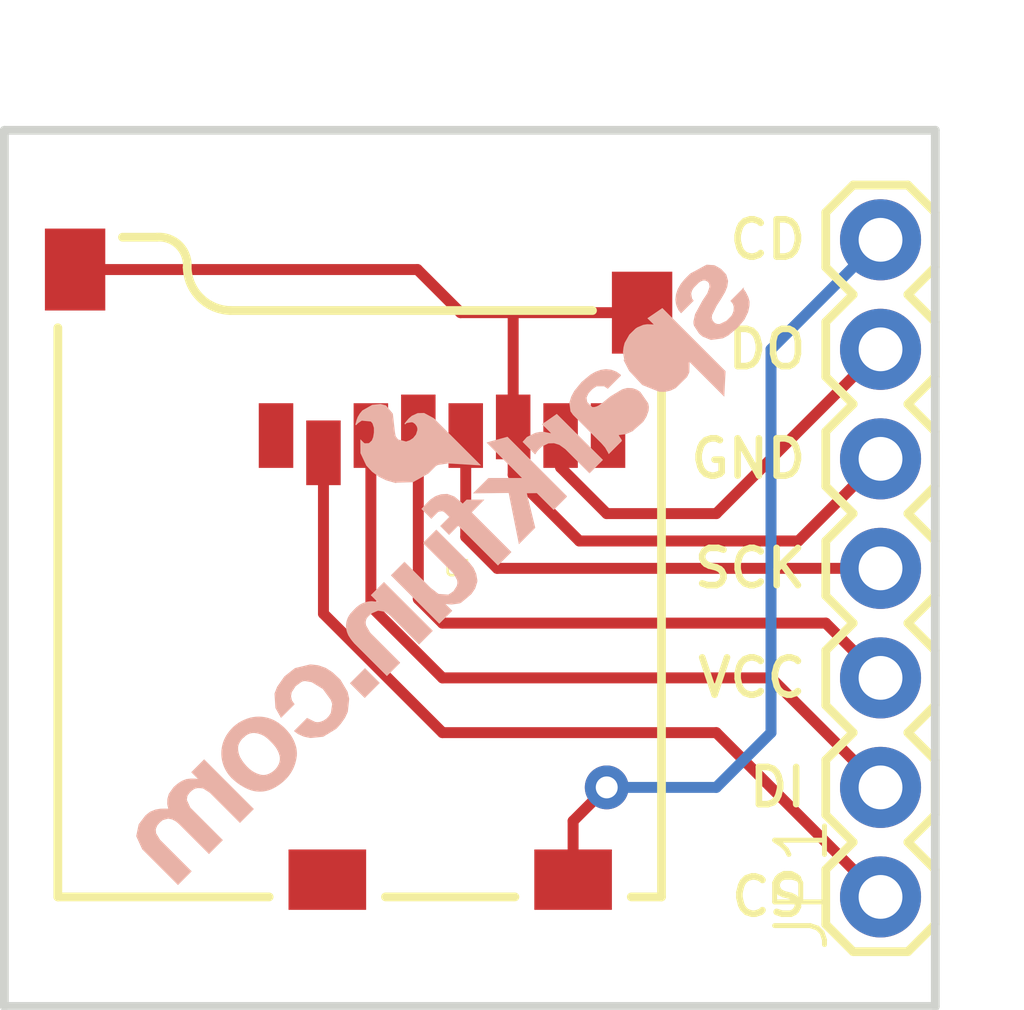
<source format=kicad_pcb>
(kicad_pcb (version 20211014) (generator pcbnew)
  (layers (0 "F.Cu" signal) (31 "B.Cu" signal) (34 "B.Paste" user) (35 "F.Paste" user) (36 "B.SilkS" user "B.Silkscreen") (37 "F.SilkS" user "F.Silkscreen") (38 "B.Mask" user) (39 "F.Mask" user) (44 "Edge.Cuts" user))
  (net 0 "")
  (net 1 "CS")
  (net 2 "DI")
  (net 3 "VCC")
  (net 4 "SCK")
  (net 5 "GND")
  (net 6 "DO")
  (net 7 "CD1")
  (footprint "SparkFun_microSD_Breakout:MICRO-SD-SOCKET-PP" (layer "F.Cu") (at 152.9461 112.6236)
    (fp_text reference "U1" (at -5.08 -7.62) (layer "F.SilkS") (effects (font (size 0.346578 0.346578) (thickness 0.059822)) (justify left)))
    (fp_text value "microSD")
    (fp_line (start -14 0) (end -14 -13.2) (layer "F.SilkS") (width 0.2032))
    (fp_line (start -3.4 0) (end -6.4 0) (layer "F.SilkS") (width 0.2032))
    (fp_line (start 0 -12.1) (end 0 0) (layer "F.SilkS") (width 0.2032))
    (fp_line (start -14 0) (end -9.1 0) (layer "F.SilkS") (width 0.2032))
    (fp_line (start -11.7 -15.3) (end -12.5 -15.3) (layer "F.SilkS") (width 0.2032))
    (fp_line (start 0 0) (end -0.7 0) (layer "F.SilkS") (width 0.2032))
    (fp_line (start -10 -13.6) (end -1.6 -13.6) (layer "F.SilkS") (width 0.2032))
    (fp_arc (start -11.699999 -15.299999) (mid -11.189022 -15.110977) (end -11 -14.6) (layer "F.SilkS") (width 0.2032))
    (fp_arc (start -10.000001 -13.599999) (mid -10.700001 -13.9) (end -11 -14.6) (layer "F.SilkS") (width 0.2032))
    (pad "1" smd rect (at -8.94 -10.7) (size 0.8 1.5) (layers "F.Cu" "F.Paste" "F.Mask"))
    (pad "2" smd rect (at -7.84 -10.3) (size 0.8 1.5) (layers "F.Cu" "F.Paste" "F.Mask") (net 1 "CS"))
    (pad "3" smd rect (at -6.74 -10.7) (size 0.8 1.5) (layers "F.Cu" "F.Paste" "F.Mask") (net 2 "DI"))
    (pad "4" smd rect (at -5.64 -10.9) (size 0.8 1.5) (layers "F.Cu" "F.Paste" "F.Mask") (net 3 "VCC"))
    (pad "5" smd rect (at -4.54 -10.7) (size 0.8 1.5) (layers "F.Cu" "F.Paste" "F.Mask") (net 4 "SCK"))
    (pad "6" smd rect (at -3.44 -10.9) (size 0.8 1.5) (layers "F.Cu" "F.Paste" "F.Mask") (net 5 "GND"))
    (pad "7" smd rect (at -2.34 -10.7) (size 0.8 1.5) (layers "F.Cu" "F.Paste" "F.Mask") (net 6 "DO"))
    (pad "8" smd rect (at -1.24 -10.7) (size 0.8 1.5) (layers "F.Cu" "F.Paste" "F.Mask"))
    (pad "CD1" smd rect (at -7.75 -0.4) (size 1.8 1.4) (layers "F.Cu" "F.Paste" "F.Mask"))
    (pad "CD2" smd rect (at -2.05 -0.4) (size 1.8 1.4) (layers "F.Cu" "F.Paste" "F.Mask") (net 7 "CD1"))
    (pad "GND1" smd rect (at -13.6 -14.55) (size 1.4 1.9) (layers "F.Cu" "F.Paste" "F.Mask") (net 5 "GND"))
    (pad "GND2" smd rect (at -0.45 -13.55) (size 1.4 1.9) (layers "F.Cu" "F.Paste" "F.Mask") (net 5 "GND"))
  )
  (footprint "SparkFun_microSD_Breakout:1X07" (layer "F.Cu") (at 158.0261 112.6236 90)
    (fp_text reference "JP1" (at -1.3462 -1.8288 90) (layer "F.SilkS") (effects (font (size 1.1557 1.1557) (thickness 0.1143)) (justify left)))
    (fp_text value "")
    (fp_line (start 4.445 -1.27) (end 5.715 -1.27) (layer "F.SilkS") (width 0.2032))
    (fp_line (start 14.605 -1.27) (end 13.97 -0.635) (layer "F.SilkS") (width 0.2032))
    (fp_line (start 3.175 -1.27) (end 3.81 -0.635) (layer "F.SilkS") (width 0.2032))
    (fp_line (start 14.605 -1.27) (end 15.875 -1.27) (layer "F.SilkS") (width 0.2032))
    (fp_line (start 6.985 -1.27) (end 8.255 -1.27) (layer "F.SilkS") (width 0.2032))
    (fp_line (start 1.905 -1.27) (end 3.175 -1.27) (layer "F.SilkS") (width 0.2032))
    (fp_line (start 9.525 1.27) (end 8.89 0.635) (layer "F.SilkS") (width 0.2032))
    (fp_line (start 6.35 0.635) (end 5.715 1.27) (layer "F.SilkS") (width 0.2032))
    (fp_line (start 3.81 0.635) (end 3.175 1.27) (layer "F.SilkS") (width 0.2032))
    (fp_line (start 1.27 -0.635) (end 1.905 -1.27) (layer "F.SilkS") (width 0.2032))
    (fp_line (start -1.27 0.635) (end -0.635 1.27) (layer "F.SilkS") (width 0.2032))
    (fp_line (start -1.27 -0.635) (end -1.27 0.635) (layer "F.SilkS") (width 0.2032))
    (fp_line (start 15.875 -1.27) (end 16.51 -0.635) (layer "F.SilkS") (width 0.2032))
    (fp_line (start 9.525 -1.27) (end 10.795 -1.27) (layer "F.SilkS") (width 0.2032))
    (fp_line (start 3.175 1.27) (end 1.905 1.27) (layer "F.SilkS") (width 0.2032))
    (fp_line (start 8.255 -1.27) (end 8.89 -0.635) (layer "F.SilkS") (width 0.2032))
    (fp_line (start 13.335 -1.27) (end 13.97 -0.635) (layer "F.SilkS") (width 0.2032))
    (fp_line (start 11.43 0.635) (end 10.795 1.27) (layer "F.SilkS") (width 0.2032))
    (fp_line (start 10.795 -1.27) (end 11.43 -0.635) (layer "F.SilkS") (width 0.2032))
    (fp_line (start 5.715 1.27) (end 4.445 1.27) (layer "F.SilkS") (width 0.2032))
    (fp_line (start 0.635 -1.27) (end 1.27 -0.635) (layer "F.SilkS") (width 0.2032))
    (fp_line (start 5.715 -1.27) (end 6.35 -0.635) (layer "F.SilkS") (width 0.2032))
    (fp_line (start -0.635 -1.27) (end -1.27 -0.635) (layer "F.SilkS") (width 0.2032))
    (fp_line (start 13.335 1.27) (end 12.065 1.27) (layer "F.SilkS") (width 0.2032))
    (fp_line (start 1.27 0.635) (end 0.635 1.27) (layer "F.SilkS") (width 0.2032))
    (fp_line (start 15.875 1.27) (end 14.605 1.27) (layer "F.SilkS") (width 0.2032))
    (fp_line (start 16.51 -0.635) (end 16.51 0.635) (layer "F.SilkS") (width 0.2032))
    (fp_line (start 16.51 0.635) (end 15.875 1.27) (layer "F.SilkS") (width 0.2032))
    (fp_line (start 13.97 0.635) (end 14.605 1.27) (layer "F.SilkS") (width 0.2032))
    (fp_line (start -0.635 -1.27) (end 0.635 -1.27) (layer "F.SilkS") (width 0.2032))
    (fp_line (start 13.97 0.635) (end 13.335 1.27) (layer "F.SilkS") (width 0.2032))
    (fp_line (start 8.89 0.635) (end 8.255 1.27) (layer "F.SilkS") (width 0.2032))
    (fp_line (start 6.985 -1.27) (end 6.35 -0.635) (layer "F.SilkS") (width 0.2032))
    (fp_line (start 4.445 1.27) (end 3.81 0.635) (layer "F.SilkS") (width 0.2032))
    (fp_line (start 3.81 -0.635) (end 4.445 -1.27) (layer "F.SilkS") (width 0.2032))
    (fp_line (start 1.905 1.27) (end 1.27 0.635) (layer "F.SilkS") (width 0.2032))
    (fp_line (start 12.065 1.27) (end 11.43 0.635) (layer "F.SilkS") (width 0.2032))
    (fp_line (start 0.635 1.27) (end -0.635 1.27) (layer "F.SilkS") (width 0.2032))
    (fp_line (start 12.065 -1.27) (end 13.335 -1.27) (layer "F.SilkS") (width 0.2032))
    (fp_line (start 8.89 -0.635) (end 9.525 -1.27) (layer "F.SilkS") (width 0.2032))
    (fp_line (start 10.795 1.27) (end 9.525 1.27) (layer "F.SilkS") (width 0.2032))
    (fp_line (start 8.255 1.27) (end 6.985 1.27) (layer "F.SilkS") (width 0.2032))
    (fp_line (start 6.35 0.635) (end 6.985 1.27) (layer "F.SilkS") (width 0.2032))
    (fp_line (start 11.43 -0.635) (end 12.065 -1.27) (layer "F.SilkS") (width 0.2032))
    (pad "1" thru_hole circle (at 0 0 180) (size 1.8796 1.8796) (drill 1.016) (layers *.Cu *.Mask) (net 1 "CS"))
    (pad "2" thru_hole circle (at 2.54 0 180) (size 1.8796 1.8796) (drill 1.016) (layers *.Cu *.Mask) (net 2 "DI"))
    (pad "3" thru_hole circle (at 5.08 0 180) (size 1.8796 1.8796) (drill 1.016) (layers *.Cu *.Mask) (net 3 "VCC"))
    (pad "4" thru_hole circle (at 7.62 0 180) (size 1.8796 1.8796) (drill 1.016) (layers *.Cu *.Mask) (net 4 "SCK"))
    (pad "5" thru_hole circle (at 10.16 0 180) (size 1.8796 1.8796) (drill 1.016) (layers *.Cu *.Mask) (net 5 "GND"))
    (pad "6" thru_hole circle (at 12.7 0 180) (size 1.8796 1.8796) (drill 1.016) (layers *.Cu *.Mask) (net 6 "DO"))
    (pad "7" thru_hole circle (at 15.24 0 180) (size 1.8796 1.8796) (drill 1.016) (layers *.Cu *.Mask) (net 7 "CD1"))
  )
  (footprint "SparkFun_microSD_Breakout:SFE-NEW-WEBLOGO" (layer "B.Cu") (at 155.8671 99.5426 -135)
    (fp_text reference "U$1" hide)
    (fp_text value "LOGO-SFENEW" hide)
    (fp_line (start 11.7729 0.955) (end 11.7729 1.9202) (layer "B.SilkS") (width 0.0254))
    (fp_line (start 11.1201 2.2962) (end 11.1277 2.2962) (layer "B.SilkS") (width 0.0254))
    (fp_line (start 11.1201 2.5171) (end 11.1201 2.2962) (layer "B.SilkS") (width 0.0254))
    (fp_line (start 15.5702 2.6137) (end 15.5854 2.6137) (layer "B.SilkS") (width 0.0254))
    (fp_line (start 15.5499 2.6137) (end 15.5499 2.2911) (layer "B.SilkS") (width 0.0254))
    (fp_line (start 10.7163 0.9449) (end 10.7163 2.5171) (layer "B.SilkS") (width 0.0254))
    (fp_line (start 11.1379 0.9449) (end 10.7163 0.9449) (layer "B.SilkS") (width 0.0254))
    (fp_line (start 12.1818 0.955) (end 11.7729 0.955) (layer "B.SilkS") (width 0.0254))
    (fp_line (start 12.1818 2.0091) (end 12.1818 0.955) (layer "B.SilkS") (width 0.0254))
    (fp_line (start 10.7163 2.5171) (end 11.1201 2.5171) (layer "B.SilkS") (width 0.0254))
    (fp_line (start 15.5499 2.2911) (end 15.527 2.2911) (layer "B.SilkS") (width 0.0254))
    (fp_line (start 15.5702 2.2962) (end 15.5702 2.6137) (layer "B.SilkS") (width 0.0254))
    (fp_line (start 11.1379 1.8136) (end 11.1379 0.9449) (layer "B.SilkS") (width 0.0254))
    (fp_arc (start 11.7145 2.1311) (mid 11.664346 2.1894) (end 11.5976 2.2276) (layer "B.SilkS") (width 0.0254))
    (fp_arc (start 14.9911 1.1201) (mid 15.249615 0.972855) (end 15.5423 0.9195) (layer "B.SilkS") (width 0.0254))
    (fp_arc (start 11.2725 2.446) (mid 11.226399 2.404414) (end 11.1862 2.3571) (layer "B.SilkS") (width 0.0254))
    (fp_arc (start 16.129 2.4181) (mid 15.978822 2.520652) (end 15.809 2.5857) (layer "B.SilkS") (width 0.0254))
    (fp_arc (start 11.5976 2.2276) (mid 11.565101 2.235925) (end 11.5316 2.2377) (layer "B.SilkS") (width 0.0254))
    (fp_arc (start 15.8318 2.2047) (mid 15.783745 2.244042) (end 15.7277 2.2708) (layer "B.SilkS") (width 0.0254))
    (fp_arc (start 16.4033 1.808499) (mid 16.333054 2.143404) (end 16.129 2.4181) (layer "B.SilkS") (width 0.0254))
    (fp_arc (start 15.9588 1.971) (mid 15.910982 2.096372) (end 15.8318 2.2047) (layer "B.SilkS") (width 0.0254))
    (fp_arc (start 15.1714 1.6383) (mid 15.194331 1.520588) (end 15.24 1.4097) (layer "B.SilkS") (width 0.0254))
    (fp_arc (start 12.1488 2.232699) (mid 12.104013 2.336521) (end 12.0345 2.4257) (layer "B.SilkS") (width 0.0254))
    (fp_arc (start 11.1379 1.8821) (mid 11.137681 1.84785) (end 11.1379 1.8136) (layer "B.SilkS") (width 0.0254))
    (fp_arc (start 11.2598 2.1692) (mid 11.206137 2.110015) (end 11.1684 2.0396) (layer "B.SilkS") (width 0.0254))
    (fp_arc (start 16.317 1.3665) (mid 16.380488 1.583529) (end 16.4033 1.8085) (layer "B.SilkS") (width 0.0254))
    (fp_arc (start 15.9868 1.7196) (mid 15.980368 1.846143) (end 15.9588 1.971) (layer "B.SilkS") (width 0.0254))
    (fp_arc (start 11.7678 2.5502) (mid 11.667584 2.556058) (end 11.5672 2.5552) (layer "B.SilkS") (width 0.0254))
    (fp_arc (start 11.1862 2.3571) (mid 11.172158 2.338081) (end 11.1582 2.319) (layer "B.SilkS") (width 0.0254))
    (fp_arc (start 15.428 1.2522) (mid 15.597525 1.230563) (end 15.7632 1.2725) (layer "B.SilkS") (width 0.0254))
    (fp_arc (start 15.128201 2.4892) (mid 14.882786 2.260687) (end 14.7549 1.9507) (layer "B.SilkS") (width 0.0254))
    (fp_arc (start 11.4198 2.2327) (mid 11.334441 2.214452) (end 11.259799 2.1692) (layer "B.SilkS") (width 0.0254))
    (fp_arc (start 15.527 2.2911) (mid 15.388433 2.258974) (end 15.278099 2.1692) (layer "B.SilkS") (width 0.0254))
    (fp_arc (start 11.1455 2.3038) (mid 11.152103 2.311189) (end 11.1582 2.319) (layer "B.SilkS") (width 0.0254))
    (fp_arc (start 15.24 1.4097) (mid 15.31871 1.3127) (end 15.428 1.2522) (layer "B.SilkS") (width 0.0254))
    (fp_arc (start 12.1818 2.0091) (mid 12.172765 2.122001) (end 12.1488 2.2327) (layer "B.SilkS") (width 0.0254))
    (fp_arc (start 15.5499 2.6137) (mid 15.331296 2.577713) (end 15.1282 2.4892) (layer "B.SilkS") (width 0.0254))
    (fp_arc (start 15.908 1.4097) (mid 15.966057 1.559906) (end 15.9868 1.7196) (layer "B.SilkS") (width 0.0254))
    (fp_arc (start 14.8615 1.27) (mid 14.919858 1.189481) (end 14.9911 1.1201) (layer "B.SilkS") (width 0.0254))
    (fp_arc (start 15.9029 0.9754) (mid 16.153433 1.12491) (end 16.317 1.3665) (layer "B.SilkS") (width 0.0254))
    (fp_arc (start 11.1684 2.0396) (mid 11.146105 1.962214) (end 11.1379 1.8821) (layer "B.SilkS") (width 0.0254))
    (fp_arc (start 15.5423 0.9195) (mid 15.724919 0.932492) (end 15.9029 0.9754) (layer "B.SilkS") (width 0.0254))
    (fp_arc (start 14.7549 1.9507) (mid 14.737287 1.759061) (end 14.7523 1.5672) (layer "B.SilkS") (width 0.0254))
    (fp_arc (start 15.7632 1.2725) (mid 15.846801 1.329279) (end 15.908 1.4097) (layer "B.SilkS") (width 0.0254))
    (fp_arc (start 15.2781 2.1692) (mid 15.20247 2.035022) (end 15.168899 1.8847) (layer "B.SilkS") (width 0.0254))
    (fp_arc (start 15.7277 2.2708) (mid 15.650001 2.290018) (end 15.5702 2.2962) (layer "B.SilkS") (width 0.0254))
    (fp_arc (start 11.7729 1.9202) (mid 11.758038 2.02962) (end 11.7145 2.1311) (layer "B.SilkS") (width 0.0254))
    (fp_arc (start 15.809 2.5857) (mid 15.698073 2.606673) (end 15.5854 2.6137) (layer "B.SilkS") (width 0.0254))
    (fp_arc (start 11.4198 2.2327) (mid 11.475702 2.235165) (end 11.5316 2.2377) (layer "B.SilkS") (width 0.0254))
    (fp_arc (start 11.1277 2.2962) (mid 11.137378 2.298176) (end 11.1455 2.3038) (layer "B.SilkS") (width 0.0254))
    (fp_arc (start 11.5672 2.5552) (mid 11.411238 2.52384) (end 11.2725 2.446) (layer "B.SilkS") (width 0.0254))
    (fp_arc (start 14.7523 1.5672) (mid 14.792796 1.413418) (end 14.8615 1.27) (layer "B.SilkS") (width 0.0254))
    (fp_arc (start 12.0345 2.425699) (mid 11.911985 2.51116) (end 11.7678 2.5502) (layer "B.SilkS") (width 0.0254))
    (fp_arc (start 15.1689 1.8847) (mid 15.165026 1.761448) (end 15.1714 1.6383) (layer "B.SilkS") (width 0.0254))
    (fp_poly (pts (xy 4.444983 2.544915) (xy 4.588724 2.501712) (xy 4.72259 2.430523) (xy 4.844814 2.271666) (xy 4.859671 2.1819) (xy 4.8616 2.1819) (xy 4.8616 1.6891) (xy 4.864173 1.6891) (xy 4.861603 1.242544) (xy 4.871819 1.108765) (xy 4.906709 0.979276) (xy 4.920484 0.9423) (xy 4.495275 0.9423) (xy 4.477494 0.951279) (xy 4.472002 0.970735) (xy 4.468249 0.985133) (xy 4.446292 1.084946) (xy 4.440321 1.089528) (xy 4.438946 1.088886) (xy 4.309064 0.98859) (xy 4.153188 0.927249) (xy 3.824183 0.906712) (xy 3.683825 0.938256) (xy 3.554173 1.000134) (xy 3.486826 1.05665) (xy 3.437273 1.130532) (xy 3.3807 1.444163) (xy 3.3807 1.446675) (xy 3.401941 1.543624) (xy 3.446308 1.632822) (xy 3.527788 1.722902) (xy 3.632416 1.784766) (xy 3.937258 1.861632) (xy 4.048648 1.873601) (xy 4.159032 1.884616) (xy 4.224808 1.893434) (xy 4.289167 1.907055) (xy 4.336271 1.923637) (xy 4.379043 1.948303) (xy 4.407461 1.974391) (xy 4.413402 1.982997) (xy 4.4171 1.991455) (xy 4.4171 2.14983) (xy 4.358226 2.232254) (xy 4.254396 2.270917) (xy 4.188033 2.274326) (xy 4.120968 2.275774) (xy 4.006679 2.25395) (xy 3.883049 2.131716) (xy 3.8659 2.045941) (xy 3.8659 2.0295) (xy 3.429 2.0295) (xy 3.429 2.040006) (xy 3.418965 2.041638) (xy 3.439259 2.166448) (xy 3.491292 2.283494) (xy 3.571378 2.383462) (xy 3.674008 2.459597) (xy 3.791998 2.513469) (xy 3.916944 2.547448) (xy 4.18103 2.571338)) (layer "B.SilkS") (width 0) (fill solid))
    (fp_poly (pts (xy 11.770768 2.56283) (xy 12.043428 2.435548) (xy 12.160999 2.237024) (xy 12.1945 2.010032) (xy 12.1945 0.9423) (xy 11.7602 0.9423) (xy 11.7602 1.918474) (xy 11.70302 2.124971) (xy 11.656141 2.179464) (xy 11.593345 2.215403) (xy 11.53092 2.224956) (xy 11.476269 2.222478) (xy 11.422495 2.220106) (xy 11.268 2.158791) (xy 11.18035 2.034508) (xy 11.1506 1.880883) (xy 11.1506 0.9322) (xy 10.7036 0.9322) (xy 10.7036 2.5298) (xy 11.1328 2.5298) (xy 11.1328 2.310454) (xy 11.136857 2.313263) (xy 11.148195 2.326834) (xy 11.161924 2.345602) (xy 11.176241 2.364992) (xy 11.217267 2.413279) (xy 11.265048 2.456381) (xy 11.406772 2.535896) (xy 11.566093 2.567932)) (layer "B.SilkS") (width 0) (fill solid))
    (fp_poly (pts (xy 14.181776 2.563159) (xy 14.181555 2.560669) (xy 14.327447 2.496725) (xy 14.547848 2.246517) (xy 14.619242 1.9914) (xy 14.1707 1.9914) (xy 14.1707 2.005388) (xy 14.15242 2.10038) (xy 14.100807 2.180729) (xy 14.023181 2.236025) (xy 13.860405 2.2706) (xy 13.694207 2.245798) (xy 13.653262 2.227396) (xy 13.618712 2.198612) (xy 13.531409 2.074936) (xy 13.459735 1.779947) (xy 13.507258 1.471936) (xy 13.55233 1.379537) (xy 13.718934 1.256376) (xy 13.795519 1.238584) (xy 13.875272 1.234455) (xy 13.963395 1.249226) (xy 14.044683 1.286045) (xy 14.088707 1.320383) (xy 14.123821 1.362695) (xy 14.191983 1.5646) (xy 14.6202 1.5646) (xy 14.6202 1.546046) (xy 14.607183 1.4497) (xy 14.551954 1.307962) (xy 14.468685 1.180108) (xy 14.234909 0.989147) (xy 13.88734 0.904104) (xy 13.726062 0.914148) (xy 13.567886 0.942693) (xy 13.423659 0.994928) (xy 13.188191 1.185237) (xy 13.098694 1.32648) (xy 13.017451 1.644495) (xy 13.0251 1.894992) (xy 13.0251 1.896181) (xy 13.064859 2.076939) (xy 13.14486 2.243932) (xy 13.26133 2.388842) (xy 13.574558 2.580191) (xy 13.883988 2.616332)) (layer "B.SilkS") (width 0) (fill solid))
    (fp_poly (pts (xy 1.201557 2.290098) (xy 1.414074 2.156268) (xy 1.42383 2.065) (xy 1.01008 2.065) (xy 1.00135 2.126336) (xy 0.936084 2.220524) (xy 0.871818 2.257603) (xy 0.798545 2.2758) (xy 0.628591 2.2758) (xy 0.583991 2.267366) (xy 0.541641 2.251683) (xy 0.51157 2.232098) (xy 0.488615 2.205726) (xy 0.469153 2.152745) (xy 0.474605 2.097619) (xy 0.521549 2.031824) (xy 0.664468 1.962838) (xy 0.866638 1.922444) (xy 1.206678 1.822687) (xy 1.354318 1.729494) (xy 1.389578 1.692366) (xy 1.416579 1.648151) (xy 1.460229 1.440208) (xy 1.447804 1.4376) (xy 1.460484 1.436955) (xy 1.457817 1.384541) (xy 1.452657 1.33034) (xy 1.371775 1.140043) (xy 1.14885 0.969822) (xy 1.013381 0.927267) (xy 0.74708 0.904177) (xy 0.617383 0.909691) (xy 0.487493 0.922202) (xy 0.306845 0.984179) (xy 0.185213 1.061804) (xy 0.109225 1.132023) (xy 0.056988 1.2215) (xy 0.013059 1.350644) (xy 0.002577 1.410659) (xy -0.00152 1.469003) (xy 0.738195 1.10308) (xy 1.120535 1.189415) (xy 1.224069 1.497645) (xy 0.809011 1.723764) (xy 0.364394 1.98847) (xy 0.308075 2.310537) (xy 0.741882 2.423672)) (layer "B.SilkS") (width 0) (fill solid))
    (fp_poly (pts (xy 9.4234 1.520809) (xy 9.472888 1.359974) (xy 9.516069 1.308185) (xy 9.573108 1.271734) (xy 9.714103 1.241374) (xy 9.853529 1.268908) (xy 10.003067 1.442966) (xy 10.033 1.684784) (xy 10.033 2.5273) (xy 10.48 2.5273) (xy 10.48 0.9398) (xy 10.0533 0.9398) (xy 10.0533 1.159713) (xy 9.961626 1.051965) (xy 9.823848 0.946774) (xy 9.797269 0.933513) (xy 9.76873 0.924761) (xy 9.46843 0.899096) (xy 9.311419 0.929258) (xy 9.173895 1.0008) (xy 9.172522 1.0008) (xy 9.155194 1.014756) (xy 9.141833 1.028106) (xy 9.055991 1.150842) (xy 9.0022 1.291099) (xy 8.984 1.439423) (xy 8.984 2.5324) (xy 9.4234 2.5324)) (layer "B.SilkS") (width 0) (fill solid))
    (fp_poly (pts (xy 2.834651 2.506079) (xy 2.92707 2.450683) (xy 3.011605 2.383731) (xy 3.1267 2.221709) (xy 3.1267 2.263503) (xy 3.219434 1.972794) (xy 3.236098 1.526727) (xy 3.068933 1.135798) (xy 2.975978 1.041462) (xy 2.864973 0.970996) (xy 2.740356 0.92713) (xy 2.372489 0.922) (xy 2.370226 0.922) (xy 2.254471 0.962806) (xy 2.0828 1.127587) (xy 2.0828 -0.010757) (xy 1.6434 0.385552) (xy 1.6434 2.45912) (xy 2.057593 2.537568) (xy 2.055012 2.330538) (xy 2.068304 2.345345) (xy 2.15812 2.442839) (xy 2.234107 2.497896) (xy 2.368681 2.552194) (xy 2.419192 2.562883) (xy 2.620347 2.565422)) (layer "B.SilkS") (width 0) (fill solid))
    (fp_poly (pts (xy 8.337002 5.691103) (xy 8.426449 5.668729) (xy 8.439477 5.663683) (xy 8.451149 5.657775) (xy 8.46786 5.649476) (xy 8.486552 5.642734) (xy 8.582694 5.5855) (xy 8.5903 5.5855) (xy 8.5903 5.5601) (xy 8.517833 5.5601) (xy 8.419418 5.540814) (xy 8.285855 5.378186) (xy 8.290365 5.319725) (xy 8.33909 5.224769) (xy 8.415666 5.148096) (xy 8.505069 5.083538) (xy 8.580348 5.051724) (xy 8.661737 5.054532) (xy 8.669864 5.057086) (xy 8.677257 5.060289) (xy 8.741514 5.119856) (xy 8.7478 5.142712) (xy 8.7478 5.260838) (xy 8.974707 5.031027) (xy 9.079186 4.739741) (xy 9.082603 4.739794) (xy 9.08906 4.533335) (xy 9.059857 4.34032) (xy 8.996308 4.155742) (xy 8.8773 3.944478) (xy 8.8773 3.963481) (xy 8.589131 3.69191) (xy 8.193239 3.5814) (xy 7.964005 3.5814) (xy 7.927201 3.574946) (xy 7.892776 3.562492) (xy 7.707322 3.424684) (xy 7.1984 2.85199) (xy 7.1984 4.40367) (xy 7.271004 4.644867) (xy 7.379295 4.748389) (xy 7.518122 4.800422) (xy 7.6149 4.807989) (xy 7.710384 4.800523) (xy 7.77091 4.790999) (xy 7.768788 4.767333) (xy 7.733216 4.768142) (xy 7.712784 4.759041) (xy 7.631519 4.700054) (xy 7.611722 4.67357) (xy 7.601395 4.6114) (xy 7.611905 4.548129) (xy 7.632405 4.508074) (xy 7.663343 4.475585) (xy 7.757535 4.42645) (xy 7.863229 4.414642) (xy 7.953768 4.432984) (xy 8.03522 4.472556) (xy 8.13303 4.637559) (xy 8.118706 4.731744) (xy 8.061914 4.813301) (xy 7.795707 5.146137) (xy 7.772667 5.393755) (xy 7.838495 5.504456) (xy 7.840042 5.506003) (xy 7.989901 5.63002) (xy 8.243676 5.699964)) (layer "B.SilkS") (width 0) (fill solid))
    (fp_poly (pts (xy 12.4257 0.9449) (xy 12.921 0.9449) (xy 12.921 1.43) (xy 12.4257 1.43)) (layer "B.SilkS") (width 0) (fill solid))
    (fp_poly (pts (xy 17.714962 2.583496) (xy 17.714669 2.58013) (xy 17.812284 2.526288) (xy 17.900302 2.442716) (xy 17.956995 2.351455) (xy 17.961394 2.355854) (xy 18.007182 2.404147) (xy 18.086856 2.480888) (xy 18.177617 2.546023) (xy 18.30384 2.60027) (xy 18.440544 2.616304) (xy 18.698981 2.580082) (xy 18.93345 2.426436) (xy 19.05 2.112985) (xy 19.05 0.9398) (xy 18.6004 0.9398) (xy 18.6004 1.979658) (xy 18.558302 2.150487) (xy 18.49797 2.220003) (xy 18.412014 2.255689) (xy 18.322362 2.262413) (xy 18.233537 2.253336) (xy 18.121633 2.190061) (xy 18.068614 2.109201) (xy 18.041426 2.014408) (xy 18.036069 1.960144) (xy 18.034 1.904767) (xy 18.034 0.9398) (xy 17.5768 0.9398) (xy 17.5768 2.006808) (xy 17.507834 2.191589) (xy 17.433119 2.246143) (xy 17.339789 2.26304) (xy 17.298061 2.260863) (xy 17.256145 2.258198) (xy 17.19103 2.2421) (xy 17.135402 2.205103) (xy 17.092564 2.160343) (xy 17.055171 2.112821) (xy 17.0155 1.934108) (xy 17.0155 0.9423) (xy 16.5583 0.9423) (xy 16.5583 2.573) (xy 16.9824 2.573) (xy 16.9824 2.355139) (xy 16.985319 2.355789) (xy 17.015959 2.3959) (xy 17.093229 2.475705) (xy 17.171263 2.538367) (xy 17.262579 2.579887) (xy 17.318155 2.59498) (xy 17.374103 2.605849) (xy 17.443329 2.614463) (xy 17.514022 2.618767)) (layer "B.SilkS") (width 0) (fill solid))
    (fp_poly (pts (xy 8.809435 3.119895) (xy 8.875117 3.1166) (xy 8.89 3.1166) (xy 8.89 2.7889) (xy 8.869112 2.7889) (xy 8.841108 2.7915) (xy 8.660351 2.7915) (xy 8.587936 2.740064) (xy 8.571192 2.699602) (xy 8.5649 2.653436) (xy 8.5649 2.5273) (xy 8.8621 2.5273) (xy 8.8621 2.2352) (xy 8.5623 2.2352) (xy 8.5623 0.9322) (xy 8.1204 0.9322) (xy 8.1204 2.232779) (xy 7.70383 2.235391) (xy 7.995739 2.5273) (xy 8.1255 2.5273) (xy 8.1255 2.560826) (xy 8.143432 2.77702) (xy 8.219199 2.938937) (xy 8.324367 3.032939) (xy 8.449534 3.095959) (xy 8.586403 3.1242) (xy 8.743112 3.1242)) (layer "B.SilkS") (width 0) (fill solid))
    (fp_poly (pts (xy 0.803285 2.567895) (xy 0.944243 2.553799) (xy 1.081508 2.516334) (xy 1.193542 2.461399) (xy 1.291841 2.383865) (xy 1.357039 2.297824) (xy 1.377068 2.257603) (xy 1.393653 2.216867) (xy 1.417283 2.151914) (xy 1.353784 2.105111) (xy 1.152335 2.254241) (xy 0.736496 2.387002) (xy 0.372563 2.277101) (xy 0.417885 2.019712) (xy 1.241556 1.540676) (xy 1.263422 1.497067) (xy 1.147655 1.152457) (xy 0.724605 1.058492) (xy -0.038666 1.4605) (xy 0.4115 1.4605) (xy 0.4115 1.443466) (xy 0.420402 1.369907) (xy 0.454647 1.305856) (xy 0.524204 1.243359) (xy 0.610838 1.206018) (xy 0.637726 1.200933) (xy 0.665996 1.198897) (xy 0.7328 1.198389) (xy 0.79791 1.198884) (xy 0.968129 1.258019) (xy 1.007666 1.302193) (xy 1.028603 1.358428) (xy 1.025789 1.425439) (xy 0.995864 1.485288) (xy 0.943734 1.527918) (xy 0.715431 1.605731) (xy 0.533161 1.644154) (xy 0.351479 1.692254) (xy 0.230117 1.743632) (xy 0.122357 1.822697) (xy 0.0457 1.960096) (xy 0.0457 1.963141) (xy 0.038572 2.135467) (xy 0.0838 2.300409) (xy 0.0838 2.303445) (xy 0.206233 2.444416) (xy 0.620397 2.567885) (xy 0.71245 2.568634)) (layer "B.SilkS") (width 0) (fill solid))
    (fp_poly (pts (xy 15.5499 2.609649) (xy 15.5499 2.29782) (xy 15.429469 2.281338) (xy 15.314616 2.217851) (xy 15.23586 2.109416) (xy 15.196312 2.020604) (xy 15.168868 1.873153) (xy 15.163824 1.687316) (xy 15.181322 1.562471) (xy 15.218744 1.447652) (xy 15.272523 1.345) (xy 15.437302 1.244156) (xy 15.6121 1.221967) (xy 15.787119 1.281181) (xy 15.894998 1.379217) (xy 15.949332 1.500229) (xy 15.9868 1.655017) (xy 15.9868 1.797481) (xy 15.961756 1.990339) (xy 15.88736 2.151531) (xy 15.803924 2.232457) (xy 15.708711 2.283762) (xy 15.58997 2.2936) (xy 15.567485 2.2936) (xy 15.57294 2.617878) (xy 15.788992 2.590535) (xy 15.954486 2.53364) (xy 16.155367 2.394616) (xy 16.266844 2.264968) (xy 16.37246 2.027864) (xy 16.400898 1.805948) (xy 16.375193 1.592623) (xy 16.305839 1.343513) (xy 16.222719 1.211114) (xy 16.101494 1.095067) (xy 15.987532 1.014773) (xy 15.799031 0.950211) (xy 15.544583 0.924513) (xy 15.240687 0.965682) (xy 14.951456 1.146439) (xy 14.788469 1.399985) (xy 14.726674 1.793647) (xy 14.809154 2.154405) (xy 15.026083 2.4307) (xy 15.368412 2.600648) (xy 15.51864 2.6187) (xy 15.52691 2.6187)) (layer "B.SilkS") (width 0) (fill solid))
    (fp_poly (pts (xy 6.7335 1.97376) (xy 7.284539 2.5248) (xy 7.78835 2.5248) (xy 7.197009 1.946483) (xy 7.869909 0.937183) (xy 7.330929 0.939835) (xy 6.903958 1.643716) (xy 6.7386 1.483032) (xy 6.7386 0.9296) (xy 6.306639 0.9296) (xy 6.2941 0.942139) (xy 6.2941 2.887776) (xy 6.7335 3.138467)) (layer "B.SilkS") (width 0) (fill solid))
    (fp_poly (pts (xy 6.1316 2.557116) (xy 6.1316 2.1463) (xy 6.115783 2.1463) (xy 6.10653 2.147054) (xy 6.097893 2.149211) (xy 6.068387 2.157247) (xy 6.038922 2.161538) (xy 5.96265 2.16474) (xy 5.887609 2.16159) (xy 5.731931 2.107297) (xy 5.637642 2.018651) (xy 5.577302 1.903423) (xy 5.5499 1.736362) (xy 5.5499 0.9423) (xy 5.107878 0.9423) (xy 5.110519 2.454146) (xy 5.522 2.527255) (xy 5.522 2.234211) (xy 5.526569 2.235704) (xy 5.544428 2.262537) (xy 5.578841 2.314524) (xy 5.613758 2.367854) (xy 5.686736 2.438162) (xy 5.778008 2.498223) (xy 5.979984 2.565515)) (layer "B.SilkS") (width 0) (fill solid))
  )
  (gr_line (start 159.2961 115.1636) (end 159.2961 94.8436) (layer "Edge.Cuts") (width 0.2032))
  (gr_line (start 137.7061 94.8436) (end 137.7061 115.1636) (layer "Edge.Cuts") (width 0.2032))
  (gr_line (start 137.7061 115.1636) (end 159.2961 115.1636) (layer "Edge.Cuts") (width 0.2032))
  (gr_line (start 159.2961 94.8436) (end 137.7061 94.8436) (layer "Edge.Cuts") (width 0.2032))
  (gr_text "CD" (at 156.3751 96.8756) (layer "F.SilkS") (effects (font (size 0.8636 0.8636) (thickness 0.1524)) (justify right top)))
  (gr_text "DO" (at 156.3751 99.4156) (layer "F.SilkS") (effects (font (size 0.8636 0.8636) (thickness 0.1524)) (justify right top)))
  (gr_text "DI" (at 156.3751 109.5756) (layer "F.SilkS") (effects (font (size 0.8636 0.8636) (thickness 0.1524)) (justify right top)))
  (gr_text "GND" (at 156.3751 101.9556) (layer "F.SilkS") (effects (font (size 0.8636 0.8636) (thickness 0.1524)) (justify right top)))
  (gr_text "CS" (at 156.3751 112.1156) (layer "F.SilkS") (effects (font (size 0.8636 0.8636) (thickness 0.1524)) (justify right top)))
  (gr_text "VCC" (at 156.3751 107.0356) (layer "F.SilkS") (effects (font (size 0.8636 0.8636) (thickness 0.1524)) (justify right top)))
  (gr_text "SCK" (at 156.3751 104.4956) (layer "F.SilkS") (effects (font (size 0.8636 0.8636) (thickness 0.1524)) (justify right top)))
  (segment (start 154.2161 108.8136) (end 158.0261 112.6236) (width 0.254) (layer "F.Cu") (net 1))
  (segment (start 145.1061 106.0536) (end 145.1061 102.3236) (width 0.254) (layer "F.Cu") (net 1))
  (segment (start 147.8661 108.8136) (end 154.2161 108.8136) (width 0.254) (layer "F.Cu") (net 1))
  (segment (start 145.1061 106.0536) (end 147.8661 108.8136) (width 0.254) (layer "F.Cu") (net 1))
  (segment (start 146.2061 105.8836) (end 147.8661 107.5436) (width 0.254) (layer "F.Cu") (net 2))
  (segment (start 146.2061 105.8836) (end 146.2061 101.9236) (width 0.254) (layer "F.Cu") (net 2))
  (segment (start 147.8661 107.5436) (end 155.4861 107.5436) (width 0.254) (layer "F.Cu") (net 2))
  (segment (start 155.4861 107.5436) (end 158.0261 110.0836) (width 0.254) (layer "F.Cu") (net 2))
  (segment (start 147.8661 106.2736) (end 156.7561 106.2736) (width 0.254) (layer "F.Cu") (net 3))
  (segment (start 156.7561 106.2736) (end 158.0261 107.5436) (width 0.254) (layer "F.Cu") (net 3))
  (segment (start 147.3061 105.7136) (end 147.8661 106.2736) (width 0.254) (layer "F.Cu") (net 3))
  (segment (start 147.3061 105.7136) (end 147.3061 101.7236) (width 0.254) (layer "F.Cu") (net 3))
  (segment (start 148.4061 104.2736) (end 148.4061 101.9236) (width 0.254) (layer "F.Cu") (net 4))
  (segment (start 149.1361 105.0036) (end 158.0261 105.0036) (width 0.254) (layer "F.Cu") (net 4))
  (segment (start 149.1361 105.0036) (end 148.4061 104.2736) (width 0.254) (layer "F.Cu") (net 4))
  (segment (start 139.3461 98.0736) (end 147.2861 98.0736) (width 0.254) (layer "F.Cu") (net 5))
  (segment (start 149.5061 101.7236) (end 149.5061 102.8336) (width 0.254) (layer "F.Cu") (net 5))
  (segment (start 149.5171 99.0736) (end 152.4961 99.0736) (width 0.254) (layer "F.Cu") (net 5))
  (segment (start 156.1211 104.3686) (end 158.0261 102.4636) (width 0.254) (layer "F.Cu") (net 5))
  (segment (start 149.5061 99.0846) (end 149.5061 101.7236) (width 0.254) (layer "F.Cu") (net 5))
  (segment (start 149.5061 102.8336) (end 151.0411 104.3686) (width 0.254) (layer "F.Cu") (net 5))
  (segment (start 147.2861 98.0736) (end 148.2861 99.0736) (width 0.254) (layer "F.Cu") (net 5))
  (segment (start 148.2861 99.0736) (end 149.5171 99.0736) (width 0.254) (layer "F.Cu") (net 5))
  (segment (start 151.0411 104.3686) (end 156.1211 104.3686) (width 0.254) (layer "F.Cu") (net 5))
  (segment (start 149.5171 99.0736) (end 149.5061 99.0846) (width 0.254) (layer "F.Cu") (net 5))
  (segment (start 151.6761 103.7336) (end 154.2161 103.7336) (width 0.254) (layer "F.Cu") (net 6))
  (segment (start 154.2161 103.7336) (end 158.0261 99.9236) (width 0.254) (layer "F.Cu") (net 6))
  (segment (start 151.6761 103.7336) (end 150.6061 102.6636) (width 0.254) (layer "F.Cu") (net 6))
  (segment (start 150.6061 102.6636) (end 150.6061 101.9236) (width 0.254) (layer "F.Cu") (net 6))
  (segment (start 150.8961 110.8636) (end 151.6761 110.0836) (width 0.254) (layer "F.Cu") (net 7))
  (segment (start 150.8961 112.2236) (end 150.8961 110.8636) (width 0.254) (layer "F.Cu") (net 7))
  (via (at 151.6761 110.0836) (size 1.016) (drill 0.508) (layers "F.Cu" "B.Cu") (net 7))
  (segment (start 155.4861 99.9236) (end 158.0261 97.3836) (width 0.254) (layer "B.Cu") (net 7))
  (segment (start 155.4861 108.8136) (end 155.4861 99.9236) (width 0.254) (layer "B.Cu") (net 7))
  (segment (start 154.2161 110.0836) (end 155.4861 108.8136) (width 0.254) (layer "B.Cu") (net 7))
  (segment (start 151.6761 110.0836) (end 154.2161 110.0836) (width 0.254) (layer "B.Cu") (net 7))
)
</source>
